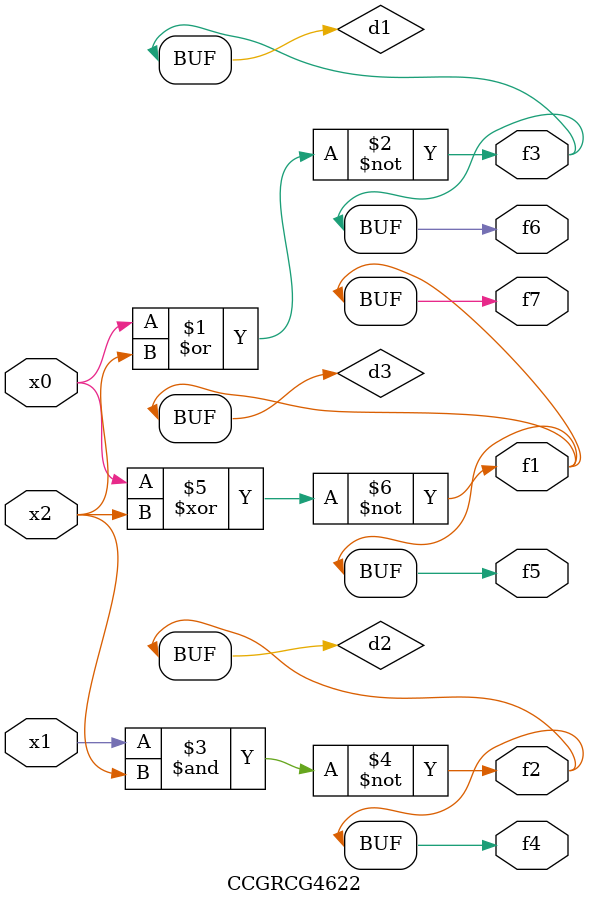
<source format=v>
module CCGRCG4622(
	input x0, x1, x2,
	output f1, f2, f3, f4, f5, f6, f7
);

	wire d1, d2, d3;

	nor (d1, x0, x2);
	nand (d2, x1, x2);
	xnor (d3, x0, x2);
	assign f1 = d3;
	assign f2 = d2;
	assign f3 = d1;
	assign f4 = d2;
	assign f5 = d3;
	assign f6 = d1;
	assign f7 = d3;
endmodule

</source>
